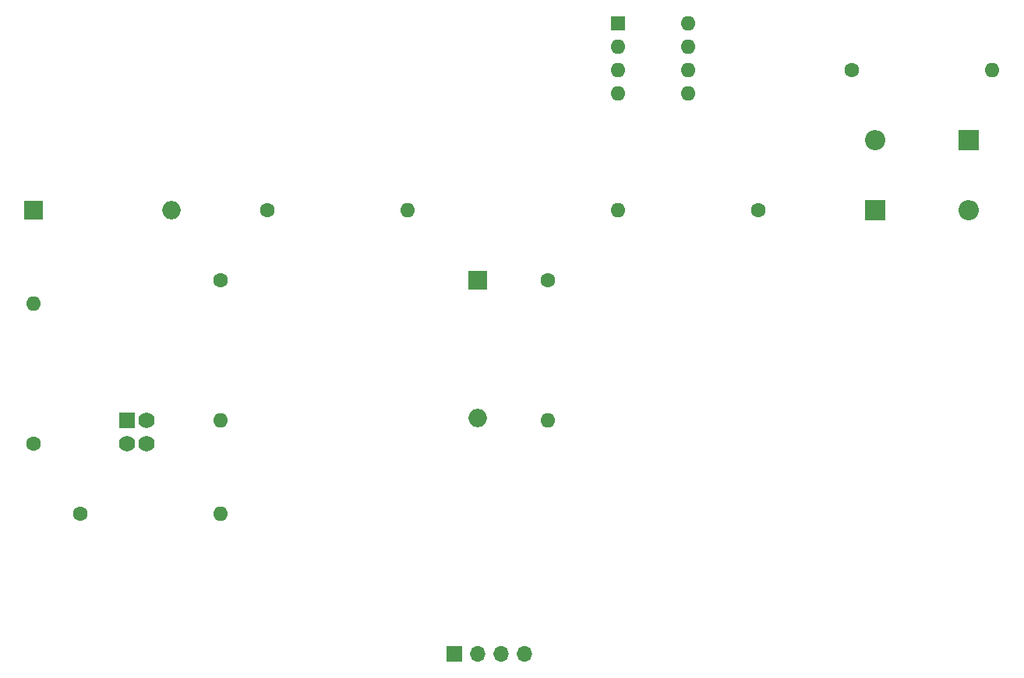
<source format=gbr>
%TF.GenerationSoftware,KiCad,Pcbnew,(6.0.4)*%
%TF.CreationDate,2022-04-14T13:38:34-04:00*%
%TF.ProjectId,pcb,7063622e-6b69-4636-9164-5f7063625858,rev?*%
%TF.SameCoordinates,Original*%
%TF.FileFunction,Soldermask,Bot*%
%TF.FilePolarity,Negative*%
%FSLAX46Y46*%
G04 Gerber Fmt 4.6, Leading zero omitted, Abs format (unit mm)*
G04 Created by KiCad (PCBNEW (6.0.4)) date 2022-04-14 13:38:34*
%MOMM*%
%LPD*%
G01*
G04 APERTURE LIST*
%ADD10C,1.760000*%
%ADD11R,1.750000X1.750000*%
%ADD12C,1.600000*%
%ADD13O,1.600000X1.600000*%
%ADD14R,1.700000X1.700000*%
%ADD15O,1.700000X1.700000*%
%ADD16O,2.200000X2.200000*%
%ADD17R,2.200000X2.200000*%
%ADD18R,1.600000X1.600000*%
%ADD19R,2.000000X2.000000*%
%ADD20O,2.000000X2.000000*%
G04 APERTURE END LIST*
D10*
%TO.C,U2*%
X147320000Y-93980000D03*
X149430000Y-93980000D03*
X149430000Y-91440000D03*
D11*
X147320000Y-91440000D03*
%TD*%
D12*
%TO.C,Rl1*%
X137160000Y-93980000D03*
D13*
X137160000Y-78740000D03*
%TD*%
D12*
%TO.C,Rf1*%
X142240000Y-101600000D03*
D13*
X157480000Y-101600000D03*
%TD*%
D14*
%TO.C,J1*%
X182880000Y-116840000D03*
D15*
X185420000Y-116840000D03*
X187960000Y-116840000D03*
X190500000Y-116840000D03*
%TD*%
D16*
%TO.C,D2*%
X228600000Y-60960000D03*
D17*
X238760000Y-60960000D03*
%TD*%
D18*
%TO.C,U1*%
X200660000Y-48260000D03*
D13*
X200660000Y-50800000D03*
X200660000Y-53340000D03*
X200660000Y-55880000D03*
X208280000Y-55880000D03*
X208280000Y-53340000D03*
X208280000Y-50800000D03*
X208280000Y-48260000D03*
%TD*%
D12*
%TO.C,R5*%
X226060000Y-53340000D03*
D13*
X241300000Y-53340000D03*
%TD*%
D12*
%TO.C,R4*%
X193040000Y-76200000D03*
D13*
X193040000Y-91440000D03*
%TD*%
D12*
%TO.C,R3*%
X215900000Y-68580000D03*
D13*
X200660000Y-68580000D03*
%TD*%
D12*
%TO.C,R2*%
X162560000Y-68580000D03*
D13*
X177800000Y-68580000D03*
%TD*%
D12*
%TO.C,R1*%
X157480000Y-76200000D03*
D13*
X157480000Y-91440000D03*
%TD*%
D19*
%TO.C,CL1*%
X185420000Y-76200000D03*
D20*
X185420000Y-91200000D03*
%TD*%
D19*
%TO.C,CH1*%
X137160000Y-68580000D03*
D20*
X152160000Y-68580000D03*
%TD*%
D17*
%TO.C,D1*%
X228600000Y-68580000D03*
D16*
X238760000Y-68580000D03*
%TD*%
M02*

</source>
